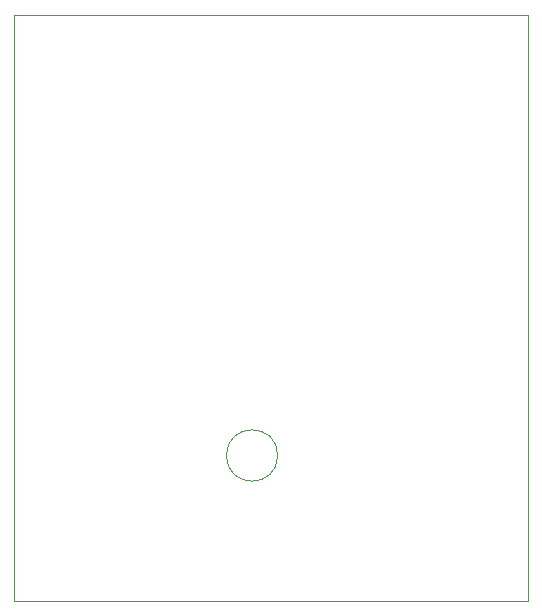
<source format=gm1>
G04 #@! TF.GenerationSoftware,KiCad,Pcbnew,(6.0.10)*
G04 #@! TF.CreationDate,2023-07-26T20:27:47-04:00*
G04 #@! TF.ProjectId,reader-daughter,72656164-6572-42d6-9461-756768746572,rev?*
G04 #@! TF.SameCoordinates,Original*
G04 #@! TF.FileFunction,Profile,NP*
%FSLAX46Y46*%
G04 Gerber Fmt 4.6, Leading zero omitted, Abs format (unit mm)*
G04 Created by KiCad (PCBNEW (6.0.10)) date 2023-07-26 20:27:47*
%MOMM*%
%LPD*%
G01*
G04 APERTURE LIST*
G04 #@! TA.AperFunction,Profile*
%ADD10C,0.100000*%
G04 #@! TD*
G04 APERTURE END LIST*
D10*
X106600000Y-72100000D02*
X150200000Y-72100000D01*
X150200000Y-72100000D02*
X150200000Y-121700000D01*
X150200000Y-121700000D02*
X106600000Y-121700000D01*
X106600000Y-121700000D02*
X106600000Y-72100000D01*
X128975000Y-109400000D02*
G75*
G03*
X128975000Y-109400000I-2175000J0D01*
G01*
M02*

</source>
